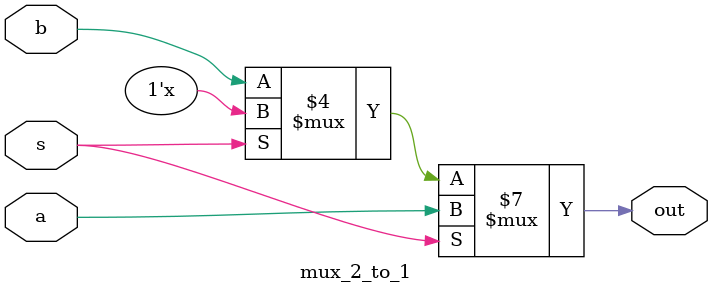
<source format=v>
`timescale 1ns / 1ps

module mux_2_to_1(out,a,b,s);
  input a, b, s;
  output reg out;
  
  always@(s, a, b) begin
  if(s == 1'b1)
    out <= a;
  else if (s == 1'b0)
  	out <= b;
  end
endmodule
</source>
